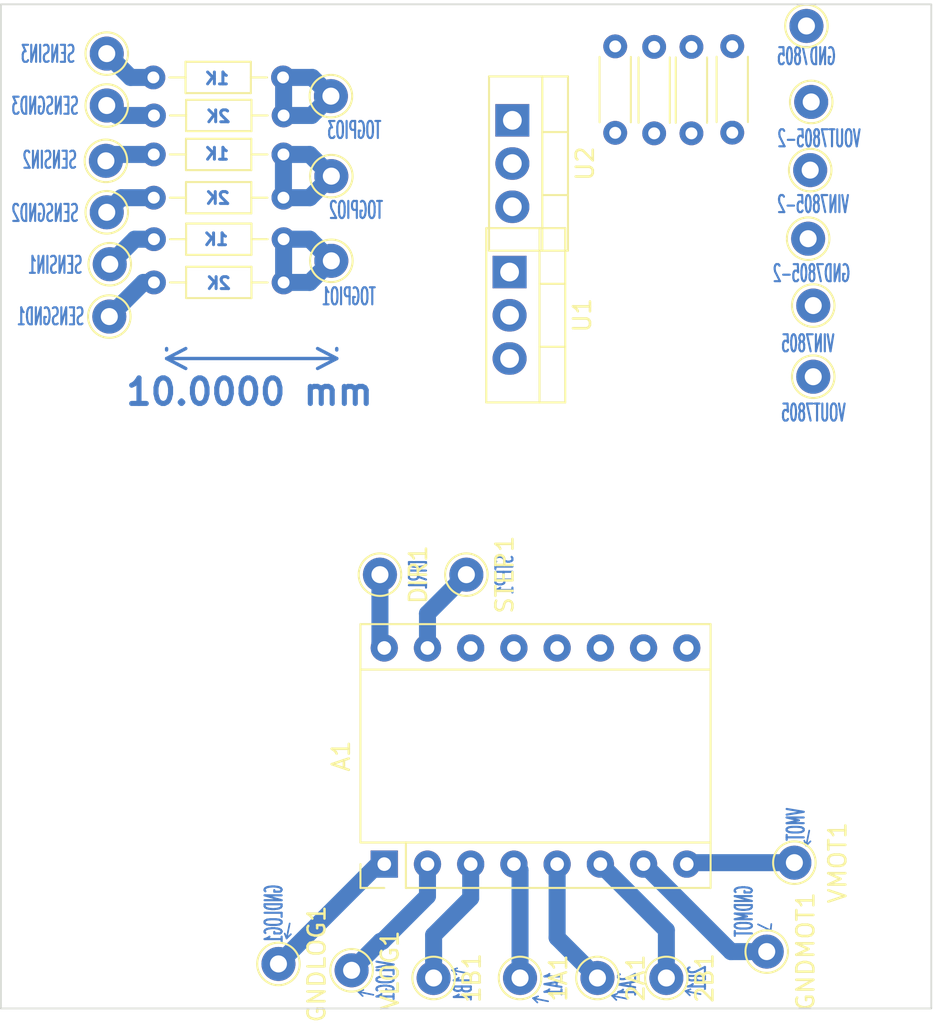
<source format=kicad_pcb>
(kicad_pcb (version 20221018) (generator pcbnew)
  (layers (0 "F.Cu" signal) (31 "B.Cu" signal) (34 "B.Paste" user) (35 "F.Paste" user) (36 "B.SilkS" user "B.Silkscreen") (37 "F.SilkS" user "F.Silkscreen") (38 "B.Mask" user) (39 "F.Mask" user) (44 "Edge.Cuts" user))
  (net 0 "")
  (net 1 "Net-(1A1-Pin_1)")
  (net 2 "Net-(1B1-Pin_1)")
  (net 3 "Net-(2A1-Pin_1)")
  (net 4 "Net-(2B1-Pin_1)")
  (net 5 "GNDLOG")
  (net 6 "VLOG")
  (net 7 "GNDMOT")
  (net 8 "VMOT")
  (net 13 "Net-(A1-~{RESET})")
  (net 14 "STEP")
  (net 15 "DIR")
  (net 16 "Net-(TOGPIO3-Pin_1)")
  (net 17 "Net-(SENSIN3-Pin_1)")
  (net 18 "Net-(SENSGND3-Pin_1)")
  (net 19 "Net-(TOGPIO1-Pin_1)")
  (net 20 "Net-(SENSIN1-Pin_1)")
  (net 21 "Net-(SENSGND1-Pin_1)")
  (net 22 "Net-(TOGPIO2-Pin_1)")
  (net 23 "Net-(SENSIN2-Pin_1)")
  (net 24 "Net-(SENSGND2-Pin_1)")
  (net 25 "Net-(U1-VI)")
  (net 26 "Net-(GND7805-Pin_1)")
  (net 27 "Net-(U1-VO)")
  (net 28 "Net-(U2-VI)")
  (net 29 "Net-(U2-VO)")
  (net 30 "Net-(GND7805-2-Pin_1)")
  (footprint "Resistor_THT:R_Axial_DIN0204_L3.6mm_D1.6mm_P7.62mm_Horizontal" (layer "F.Cu") (at 161.46 41.35 180)
    (fp_text reference "R5" hide)
    (fp_text value "R" hide)
    (fp_line (start 0.94 0) (end 1.89 0) (stroke (width 0.12)) (layer "F.SilkS"))
    (fp_line (start 1.89 -0.92) (end 1.89 0.92) (stroke (width 0.12)) (layer "F.SilkS"))
    (fp_line (start 1.89 0.92) (end 5.73 0.92) (stroke (width 0.12)) (layer "F.SilkS"))
    (fp_line (start 5.73 -0.92) (end 1.89 -0.92) (stroke (width 0.12)) (layer "F.SilkS"))
    (fp_line (start 5.73 0.92) (end 5.73 -0.92) (stroke (width 0.12)) (layer "F.SilkS"))
    (fp_line (start 6.68 0) (end 5.73 0) (stroke (width 0.12)) (layer "F.SilkS"))
    (pad "1" thru_hole circle (at 0 0 180) (size 1.4 1.4) (drill 0.7) (layers "*.Cu" "*.Mask") (net 22 "Net-(TOGPIO2-Pin_1)"))
    (pad "2" thru_hole oval (at 7.62 0 180) (size 1.4 1.4) (drill 0.7) (layers "*.Cu" "*.Mask") (net 23 "Net-(SENSIN2-Pin_1)"))
  )
  (footprint "Connector_Pin:Pin_D1.0mm_L10.0mm" (layer "F.Cu") (at 192.3 46.3 90)
    (fp_text reference "GND7805-2" (at -2.04 0.2) (layer "B.Cu") (effects (font (size 1 0.5) (thickness 0.125)) (justify mirror)))
    (fp_text value "Screw_Terminal_01x01" hide)
    (fp_circle (center 0 0) (end 1.25 0.05) (stroke (width 0.12)) (fill none) (layer "F.SilkS"))
    (pad "1" thru_hole circle (at 0 0 90) (size 2 2) (drill 1) (layers "*.Cu" "*.Mask") (net 30 "Net-(GND7805-2-Pin_1)"))
  )
  (footprint "Connector_Pin:Pin_D1.0mm_L10.0mm" (layer "F.Cu") (at 164.275 47.6)
    (fp_text reference "TOGPIO1" (at 1.025 2.1) (layer "B.Cu") (effects (font (size 1 0.5) (thickness 0.125)) (justify mirror)))
    (fp_text value "Screw_Terminal_01x01" hide)
    (fp_circle (center 0 0) (end 1.25 0.05) (stroke (width 0.12)) (fill none) (layer "F.SilkS"))
    (pad "1" thru_hole circle (at 0 0) (size 2 2) (drill 1) (layers "*.Cu" "*.Mask") (net 19 "Net-(TOGPIO1-Pin_1)"))
  )
  (footprint "Connector_Pin:Pin_D1.0mm_L10.0mm" (layer "F.Cu") (at 192.6 50.23 90)
    (fp_text reference "VIN7805" (at -2.23 -0.32) (layer "B.Cu") (effects (font (size 1 0.5) (thickness 0.125)) (justify mirror)))
    (fp_text value "Screw_Terminal_01x01" hide)
    (fp_circle (center 0 0) (end 1.25 0.05) (stroke (width 0.12)) (fill none) (layer "F.SilkS"))
    (pad "1" thru_hole circle (at 0 0 90) (size 2 2) (drill 1) (layers "*.Cu" "*.Mask") (net 25 "Net-(U1-VI)"))
  )
  (footprint "Connector_Pin:Pin_D1.0mm_L10.0mm" (layer "F.Cu") (at 192.2 33.8 90)
    (fp_text reference "GND7805" (at -1.79 0) (layer "B.Cu") (effects (font (size 1 0.5) (thickness 0.125)) (justify mirror)))
    (fp_text value "Screw_Terminal_01x01" hide)
    (fp_circle (center 0 0) (end 1.25 0.05) (stroke (width 0.12)) (fill none) (layer "F.SilkS"))
    (pad "1" thru_hole circle (at 0 0 90) (size 2 2) (drill 1) (layers "*.Cu" "*.Mask") (net 26 "Net-(GND7805-Pin_1)"))
  )
  (footprint "Connector_Pin:Pin_D1.0mm_L10.0mm" (layer "F.Cu") (at 164.25 37.925)
    (fp_text reference "TOGPIO3" (at 1.375 2) (layer "B.Cu") (effects (font (size 1 0.5) (thickness 0.125)) (justify mirror)))
    (fp_text value "Screw_Terminal_01x01" hide)
    (fp_circle (center 0 0) (end 1.25 0.05) (stroke (width 0.12)) (fill none) (layer "F.SilkS"))
    (pad "1" thru_hole circle (at 0 0) (size 2 2) (drill 1) (layers "*.Cu" "*.Mask") (net 16 "Net-(TOGPIO3-Pin_1)"))
  )
  (footprint "Connector_Pin:Pin_D1.0mm_L10.0mm" (layer "F.Cu") (at 192.48 38.265 90)
    (fp_text reference "VOUT7805-2" (at -2.15 0.46) (layer "B.Cu") (effects (font (size 1 0.5) (thickness 0.125)) (justify mirror)))
    (fp_text value "Screw_Terminal_01x01" hide)
    (fp_circle (center 0 0) (end 1.25 0.05) (stroke (width 0.12)) (fill none) (layer "F.SilkS"))
    (pad "1" thru_hole circle (at 0 0 90) (size 2 2) (drill 1) (layers "*.Cu" "*.Mask") (net 29 "Net-(U2-VO)"))
  )
  (footprint "Connector_Pin:Pin_D1.0mm_L10.0mm" (layer "F.Cu") (at 179.916 89.738 90)
    (fp_text reference "2A1" (at 0 2.25 90) (layer "F.SilkS"))
    (fp_text value "Screw_Terminal_01x01" hide)
    (fp_text user "${REFERENCE}" (at -0.38 1.76 90) (layer "B.Cu") (effects (font (size 1 0.5) (thickness 0.125)) (justify mirror)))
    (fp_circle (center 0 0) (end 1.25 0.05) (stroke (width 0.12)) (fill none) (layer "F.SilkS"))
    (pad "1" thru_hole circle (at 0 0 90) (size 2 2) (drill 1) (layers "*.Cu" "*.Mask") (net 3 "Net-(2A1-Pin_1)"))
  )
  (footprint "Resistor_THT:R_Axial_DIN0204_L3.6mm_D1.6mm_P7.62mm_Horizontal" (layer "F.Cu") (at 153.84 43.89)
    (fp_text reference "R6" hide)
    (fp_text value "R" hide)
    (fp_line (start 0.94 0) (end 1.89 0) (stroke (width 0.12)) (layer "F.SilkS"))
    (fp_line (start 1.89 -0.92) (end 1.89 0.92) (stroke (width 0.12)) (layer "F.SilkS"))
    (fp_line (start 1.89 0.92) (end 5.73 0.92) (stroke (width 0.12)) (layer "F.SilkS"))
    (fp_line (start 5.73 -0.92) (end 1.89 -0.92) (stroke (width 0.12)) (layer "F.SilkS"))
    (fp_line (start 5.73 0.92) (end 5.73 -0.92) (stroke (width 0.12)) (layer "F.SilkS"))
    (fp_line (start 6.68 0) (end 5.73 0) (stroke (width 0.12)) (layer "F.SilkS"))
    (pad "1" thru_hole circle (at 0 0) (size 1.4 1.4) (drill 0.7) (layers "*.Cu" "*.Mask") (net 24 "Net-(SENSGND2-Pin_1)"))
    (pad "2" thru_hole oval (at 7.62 0) (size 1.4 1.4) (drill 0.7) (layers "*.Cu" "*.Mask") (net 22 "Net-(TOGPIO2-Pin_1)"))
  )
  (footprint "Module:Pololu_Breakout-16_15.2x20.3mm" (layer "F.Cu") (at 167.386 83.048 90)
    (fp_text reference "A1" (at 6.35 -2.54 90) (layer "F.SilkS"))
    (fp_text value "Pololu_Breakout_A4988")
    (fp_line (start -1.4 -1.4) (end -1.4 0) (stroke (width 0.12)) (layer "F.SilkS"))
    (fp_line (start -1.4 1.27) (end -1.4 19.18) (stroke (width 0.12)) (layer "F.SilkS"))
    (fp_line (start -1.4 19.18) (end 14.1 19.18) (stroke (width 0.12)) (layer "F.SilkS"))
    (fp_line (start 0 -1.4) (end -1.4 -1.4) (stroke (width 0.12)) (layer "F.SilkS"))
    (fp_line (start 1.27 -1.4) (end 1.27 1.27) (stroke (width 0.12)) (layer "F.SilkS"))
    (fp_line (start 1.27 1.27) (end -1.4 1.27) (stroke (width 0.12)) (layer "F.SilkS"))
    (fp_line (start 1.27 1.27) (end 1.27 19.18) (stroke (width 0.12)) (layer "F.SilkS"))
    (fp_line (start 11.43 -1.4) (end 11.43 19.18) (stroke (width 0.12)) (layer "F.SilkS"))
    (fp_line (start 14.1 -1.4) (end 1.27 -1.4) (stroke (width 0.12)) (layer "F.SilkS"))
    (fp_line (start 14.1 19.18) (end 14.1 -1.4) (stroke (width 0.12)) (layer "F.SilkS"))
    (pad "1" thru_hole rect (at 0 0 90) (size 1.6 1.6) (drill 0.8) (layers "*.Cu" "*.Mask") (net 5 "GNDLOG"))
    (pad "2" thru_hole oval (at 0 2.54 90) (size 1.6 1.6) (drill 0.8) (layers "*.Cu" "*.Mask") (net 6 "VLOG"))
    (pad "3" thru_hole oval (at 0 5.08 90) (size 1.6 1.6) (drill 0.8) (layers "*.Cu" "*.Mask") (net 2 "Net-(1B1-Pin_1)"))
    (pad "4" thru_hole oval (at 0 7.62 90) (size 1.6 1.6) (drill 0.8) (layers "*.Cu" "*.Mask") (net 1 "Net-(1A1-Pin_1)"))
    (pad "5" thru_hole oval (at 0 10.16 90) (size 1.6 1.6) (drill 0.8) (layers "*.Cu" "*.Mask") (net 3 "Net-(2A1-Pin_1)"))
    (pad "6" thru_hole oval (at 0 12.7 90) (size 1.6 1.6) (drill 0.8) (layers "*.Cu" "*.Mask") (net 4 "Net-(2B1-Pin_1)"))
    (pad "7" thru_hole oval (at 0 15.24 90) (size 1.6 1.6) (drill 0.8) (layers "*.Cu" "*.Mask") (net 7 "GNDMOT"))
    (pad "8" thru_hole oval (at 0 17.78 90) (size 1.6 1.6) (drill 0.8) (layers "*.Cu" "*.Mask") (net 8 "VMOT"))
    (pad "9" thru_hole oval (at 12.7 17.78 90) (size 1.6 1.6) (drill 0.8) (layers "*.Cu" "*.Mask"))
    (pad "10" thru_hole oval (at 12.7 15.24 90) (size 1.6 1.6) (drill 0.8) (layers "*.Cu" "*.Mask"))
    (pad "11" thru_hole oval (at 12.7 12.7 90) (size 1.6 1.6) (drill 0.8) (layers "*.Cu" "*.Mask"))
    (pad "12" thru_hole oval (at 12.7 10.16 90) (size 1.6 1.6) (drill 0.8) (layers "*.Cu" "*.Mask"))
    (pad "13" thru_hole oval (at 12.7 7.62 90) (size 1.6 1.6) (drill 0.8) (layers "*.Cu" "*.Mask") (net 13 "Net-(A1-~{RESET})"))
    (pad "14" thru_hole oval (at 12.7 5.08 90) (size 1.6 1.6) (drill 0.8) (layers "*.Cu" "*.Mask") (net 13 "Net-(A1-~{RESET})"))
    (pad "15" thru_hole oval (at 12.7 2.54 90) (size 1.6 1.6) (drill 0.8) (layers "*.Cu" "*.Mask") (net 14 "STEP"))
    (pad "16" thru_hole oval (at 12.7 0 90) (size 1.6 1.6) (drill 0.8) (layers "*.Cu" "*.Mask") (net 15 "DIR"))
  )
  (footprint "Resistor_THT:R_Axial_DIN0204_L3.6mm_D1.6mm_P5.08mm_Horizontal" (layer "F.Cu") (at 185.44 40.11 90)
    (fp_text reference "C3" hide)
    (fp_text value "C" hide)
    (fp_line (start 0.62 -0.92) (end 4.46 -0.92) (stroke (width 0.12)) (layer "F.SilkS"))
    (fp_line (start 0.62 0.92) (end 4.46 0.92) (stroke (width 0.12)) (layer "F.SilkS"))
    (pad "1" thru_hole circle (at 0 0 90) (size 1.4 1.4) (drill 0.7) (layers "*.Cu" "*.Mask") (net 28 "Net-(U2-VI)"))
    (pad "2" thru_hole oval (at 5.08 0 90) (size 1.4 1.4) (drill 0.7) (layers "*.Cu" "*.Mask") (net 30 "Net-(GND7805-2-Pin_1)"))
  )
  (footprint "Connector_Pin:Pin_D1.0mm_L10.0mm" (layer "F.Cu") (at 151.25 47.8)
    (fp_text reference "SENSIN1" (at -3.2 0.05) (layer "B.Cu") (effects (font (size 1 0.5) (thickness 0.125)) (justify mirror)))
    (fp_text value "Screw_Terminal_01x01" hide)
    (fp_circle (center 0 0) (end 1.25 0.05) (stroke (width 0.12)) (fill none) (layer "F.SilkS"))
    (pad "1" thru_hole circle (at 0 0) (size 2 2) (drill 1) (layers "*.Cu" "*.Mask") (net 20 "Net-(SENSIN1-Pin_1)"))
  )
  (footprint "Resistor_THT:R_Axial_DIN0204_L3.6mm_D1.6mm_P7.62mm_Horizontal" (layer "F.Cu") (at 153.85 48.87)
    (fp_text reference "R4" hide)
    (fp_text value "R" hide)
    (fp_line (start 0.94 0) (end 1.89 0) (stroke (width 0.12)) (layer "F.SilkS"))
    (fp_line (start 1.89 -0.92) (end 1.89 0.92) (stroke (width 0.12)) (layer "F.SilkS"))
    (fp_line (start 1.89 0.92) (end 5.73 0.92) (stroke (width 0.12)) (layer "F.SilkS"))
    (fp_line (start 5.73 -0.92) (end 1.89 -0.92) (stroke (width 0.12)) (layer "F.SilkS"))
    (fp_line (start 5.73 0.92) (end 5.73 -0.92) (stroke (width 0.12)) (layer "F.SilkS"))
    (fp_line (start 6.68 0) (end 5.73 0) (stroke (width 0.12)) (layer "F.SilkS"))
    (pad "1" thru_hole circle (at 0 0) (size 1.4 1.4) (drill 0.7) (layers "*.Cu" "*.Mask") (net 21 "Net-(SENSGND1-Pin_1)"))
    (pad "2" thru_hole oval (at 7.62 0) (size 1.4 1.4) (drill 0.7) (layers "*.Cu" "*.Mask") (net 19 "Net-(TOGPIO1-Pin_1)"))
  )
  (footprint "Resistor_THT:R_Axial_DIN0204_L3.6mm_D1.6mm_P5.08mm_Horizontal" (layer "F.Cu") (at 183.25 40.11 90)
    (fp_text reference "C2" hide)
    (fp_text value "C" hide)
    (fp_line (start 0.62 -0.92) (end 4.46 -0.92) (stroke (width 0.12)) (layer "F.SilkS"))
    (fp_line (start 0.62 0.92) (end 4.46 0.92) (stroke (width 0.12)) (layer "F.SilkS"))
    (pad "1" thru_hole circle (at 0 0 90) (size 1.4 1.4) (drill 0.7) (layers "*.Cu" "*.Mask") (net 27 "Net-(U1-VO)"))
    (pad "2" thru_hole oval (at 5.08 0 90) (size 1.4 1.4) (drill 0.7) (layers "*.Cu" "*.Mask") (net 26 "Net-(GND7805-Pin_1)"))
  )
  (footprint "Connector_Pin:Pin_D1.0mm_L10.0mm" (layer "F.Cu") (at 183.966 89.738 90)
    (fp_text reference "2B1" (at 0 2.25 90) (layer "F.SilkS"))
    (fp_text value "Screw_Terminal_01x01" hide)
    (fp_text user "${REFERENCE}" (at -0.01 1.81 90) (layer "B.Cu") (effects (font (size 1 0.5) (thickness 0.125)) (justify mirror)))
    (fp_circle (center 0 0) (end 1.25 0.05) (stroke (width 0.12)) (fill none) (layer "F.SilkS"))
    (pad "1" thru_hole circle (at 0 0 90) (size 2 2) (drill 1) (layers "*.Cu" "*.Mask") (net 4 "Net-(2B1-Pin_1)"))
  )
  (footprint "Connector_Pin:Pin_D1.0mm_L10.0mm" (layer "F.Cu") (at 151.075 44.75)
    (fp_text reference "SENSGND2" (at -3.625 0.05) (layer "B.Cu") (effects (font (size 1 0.5) (thickness 0.125)) (justify mirror)))
    (fp_text value "Screw_Terminal_01x01" hide)
    (fp_circle (center 0 0) (end 1.25 0.05) (stroke (width 0.12)) (fill none) (layer "F.SilkS"))
    (pad "1" thru_hole circle (at 0 0) (size 2 2) (drill 1) (layers "*.Cu" "*.Mask") (net 24 "Net-(SENSGND2-Pin_1)"))
  )
  (footprint "Connector_Pin:Pin_D1.0mm_L10.0mm" (layer "F.Cu") (at 151.025 41.725)
    (fp_text reference "SENSIN2" (at -3.3 -0.05) (layer "B.Cu") (effects (font (size 1 0.5) (thickness 0.125)) (justify mirror)))
    (fp_text value "Screw_Terminal_01x01" hide)
    (fp_circle (center 0 0) (end 1.25 0.05) (stroke (width 0.12)) (fill none) (layer "F.SilkS"))
    (pad "1" thru_hole circle (at 0 0) (size 2 2) (drill 1) (layers "*.Cu" "*.Mask") (net 23 "Net-(SENSIN2-Pin_1)"))
  )
  (footprint "Connector_Pin:Pin_D1.0mm_L10.0mm" (layer "F.Cu") (at 165.466 89.288 90)
    (fp_text reference "VLOG1" (at 0 2.25 90) (layer "F.SilkS"))
    (fp_text value "Screw_Terminal_01x01" hide)
    (fp_text user "${REFERENCE}" (at -0.61 2.01 90) (layer "B.Cu") (effects (font (size 1 0.5) (thickness 0.125)) (justify mirror)))
    (fp_circle (center 0 0) (end 1.25 0.05) (stroke (width 0.12)) (fill none) (layer "F.SilkS"))
    (pad "1" thru_hole circle (at 0 0 90) (size 2 2) (drill 1) (layers "*.Cu" "*.Mask") (net 6 "VLOG"))
  )
  (footprint "Resistor_THT:R_Axial_DIN0204_L3.6mm_D1.6mm_P7.62mm_Horizontal" (layer "F.Cu") (at 153.85 39.06)
    (fp_text reference "R2" hide)
    (fp_text value "R" hide)
    (fp_line (start 0.94 0) (end 1.89 0) (stroke (width 0.12)) (layer "F.SilkS"))
    (fp_line (start 1.89 -0.92) (end 1.89 0.92) (stroke (width 0.12)) (layer "F.SilkS"))
    (fp_line (start 1.89 0.92) (end 5.73 0.92) (stroke (width 0.12)) (layer "F.SilkS"))
    (fp_line (start 5.73 -0.92) (end 1.89 -0.92) (stroke (width 0.12)) (layer "F.SilkS"))
    (fp_line (start 5.73 0.92) (end 5.73 -0.92) (stroke (width 0.12)) (layer "F.SilkS"))
    (fp_line (start 6.68 0) (end 5.73 0) (stroke (width 0.12)) (layer "F.SilkS"))
    (pad "1" thru_hole circle (at 0 0) (size 1.4 1.4) (drill 0.7) (layers "*.Cu" "*.Mask") (net 18 "Net-(SENSGND3-Pin_1)"))
    (pad "2" thru_hole oval (at 7.62 0) (size 1.4 1.4) (drill 0.7) (layers "*.Cu" "*.Mask") (net 16 "Net-(TOGPIO3-Pin_1)"))
  )
  (footprint "Connector_Pin:Pin_D1.0mm_L10.0mm" (layer "F.Cu") (at 192.42 42.27 90)
    (fp_text reference "VIN7805-2" (at -2.01 0.17) (layer "B.Cu") (effects (font (size 1 0.5) (thickness 0.125)) (justify mirror)))
    (fp_text value "Screw_Terminal_01x01" hide)
    (fp_circle (center 0 0) (end 1.25 0.05) (stroke (width 0.12)) (fill none) (layer "F.SilkS"))
    (pad "1" thru_hole circle (at 0 0 90) (size 2 2) (drill 1) (layers "*.Cu" "*.Mask") (net 28 "Net-(U2-VI)"))
  )
  (footprint "Connector_Pin:Pin_D1.0mm_L10.0mm" (layer "F.Cu") (at 191.491 82.963 180)
    (fp_text reference "VMOT1" (at -2.54 0 90) (layer "F.SilkS"))
    (fp_text value "Screw_Terminal_01x01" hide)
    (fp_circle (center 0 0) (end 1.25 0.05) (stroke (width 0.12)) (fill none) (layer "F.SilkS"))
    (pad "1" thru_hole circle (at 0 0 180) (size 2 2) (drill 1) (layers "*.Cu" "*.Mask") (net 8 "VMOT"))
  )
  (footprint "Connector_Pin:Pin_D1.0mm_L10.0mm" (layer "F.Cu") (at 192.6 54.41 90)
    (fp_text reference "VOUT7805" (at -2.12 0.01) (layer "B.Cu") (effects (font (size 1 0.5) (thickness 0.125)) (justify mirror)))
    (fp_text value "Screw_Terminal_01x01" hide)
    (fp_circle (center 0 0) (end 1.25 0.05) (stroke (width 0.12)) (fill none) (layer "F.SilkS"))
    (pad "1" thru_hole circle (at 0 0 90) (size 2 2) (drill 1) (layers "*.Cu" "*.Mask") (net 27 "Net-(U1-VO)"))
  )
  (footprint "Resistor_THT:R_Axial_DIN0204_L3.6mm_D1.6mm_P7.62mm_Horizontal" (layer "F.Cu") (at 161.47 46.33 180)
    (fp_text reference "R3" hide)
    (fp_text value "R" hide)
    (fp_line (start 0.94 0) (end 1.89 0) (stroke (width 0.12)) (layer "F.SilkS"))
    (fp_line (start 1.89 -0.92) (end 1.89 0.92) (stroke (width 0.12)) (layer "F.SilkS"))
    (fp_line (start 1.89 0.92) (end 5.73 0.92) (stroke (width 0.12)) (layer "F.SilkS"))
    (fp_line (start 5.73 -0.92) (end 1.89 -0.92) (stroke (width 0.12)) (layer "F.SilkS"))
    (fp_line (start 5.73 0.92) (end 5.73 -0.92) (stroke (width 0.12)) (layer "F.SilkS"))
    (fp_line (start 6.68 0) (end 5.73 0) (stroke (width 0.12)) (layer "F.SilkS"))
    (pad "1" thru_hole circle (at 0 0 180) (size 1.4 1.4) (drill 0.7) (layers "*.Cu" "*.Mask") (net 19 "Net-(TOGPIO1-Pin_1)"))
    (pad "2" thru_hole oval (at 7.62 0 180) (size 1.4 1.4) (drill 0.7) (layers "*.Cu" "*.Mask") (net 20 "Net-(SENSIN1-Pin_1)"))
  )
  (footprint "Connector_Pin:Pin_D1.0mm_L10.0mm" (layer "F.Cu") (at 151.225 50.875)
    (fp_text reference "SENSGND1" (at -3.45 0) (layer "B.Cu") (effects (font (size 1 0.5) (thickness 0.125)) (justify mirror)))
    (fp_text value "Screw_Terminal_01x01" hide)
    (fp_circle (center 0 0) (end 1.25 0.05) (stroke (width 0.12)) (fill none) (layer "F.SilkS"))
    (pad "1" thru_hole circle (at 0 0) (size 2 2) (drill 1) (layers "*.Cu" "*.Mask") (net 21 "Net-(SENSGND1-Pin_1)"))
  )
  (footprint "Connector_Pin:Pin_D1.0mm_L10.0mm" (layer "F.Cu") (at 167.132 66.04 90)
    (fp_text reference "DIR1" (at 0 2.25 90) (layer "F.SilkS"))
    (fp_text value "Screw_Terminal_01x01" hide)
    (fp_text user "${REFERENCE}" (at 0 2.25 90) (layer "B.Cu") (effects (font (size 1 0.5) (thickness 0.125)) (justify mirror)))
    (fp_circle (center 0 0) (end 1.25 0.05) (stroke (width 0.12)) (fill none) (layer "F.SilkS"))
    (pad "1" thru_hole circle (at 0 0 90) (size 2 2) (drill 1) (layers "*.Cu" "*.Mask") (net 15 "DIR"))
  )
  (footprint "Connector_Pin:Pin_D1.0mm_L10.0mm" (layer "F.Cu") (at 172.212 66.04 90)
    (fp_text reference "STEP1" (at 0 2.25 90) (layer "F.SilkS"))
    (fp_text value "Screw_Terminal_01x01" hide)
    (fp_text user "${REFERENCE}" (at 0 2.25 90) (layer "B.Cu") (effects (font (size 1 0.5) (thickness 0.125)) (justify mirror)))
    (fp_circle (center 0 0) (end 1.25 0.05) (stroke (width 0.12)) (fill none) (layer "F.SilkS"))
    (pad "1" thru_hole circle (at 0 0 90) (size 2 2) (drill 1) (layers "*.Cu" "*.Mask") (net 14 "STEP"))
  )
  (footprint "Connector_Pin:Pin_D1.0mm_L10.0mm" (layer "F.Cu") (at 189.866 88.188 180)
    (fp_text reference "GNDMOT1" (at -2.285 0.01 90) (layer "F.SilkS"))
    (fp_text value "Screw_Terminal_01x01" hide)
    (fp_circle (center 0 0) (end 1.25 0.05) (stroke (width 0.12)) (fill none) (layer "F.SilkS"))
    (pad "1" thru_hole circle (at 0 0 180) (size 2 2) (drill 1) (layers "*.Cu" "*.Mask") (net 7 "GNDMOT"))
  )
  (footprint "Connector_Pin:Pin_D1.0mm_L10.0mm" (layer "F.Cu") (at 151.075 35.425)
    (fp_text reference "SENSIN3" (at -3.45 0.025) (layer "B.Cu") (effects (font (size 1 0.5) (thickness 0.125)) (justify mirror)))
    (fp_text value "Screw_Terminal_01x01" hide)
    (fp_circle (center 0 0) (end 1.25 0.05) (stroke (width 0.12)) (fill none) (layer "F.SilkS"))
    (pad "1" thru_hole circle (at 0 0) (size 2 2) (drill 1) (layers "*.Cu" "*.Mask") (net 17 "Net-(SENSIN3-Pin_1)"))
  )
  (footprint "Connector_Pin:Pin_D1.0mm_L10.0mm" (layer "F.Cu") (at 151.075 38.475)
    (fp_text reference "SENSGND3" (at -3.625 0.025) (layer "B.Cu") (effects (font (size 1 0.5) (thickness 0.125)) (justify mirror)))
    (fp_text value "Screw_Terminal_01x01" hide)
    (fp_circle (center 0 0) (end 1.25 0.05) (stroke (width 0.12)) (fill none) (layer "F.SilkS"))
    (pad "1" thru_hole circle (at 0 0) (size 2 2) (drill 1) (layers "*.Cu" "*.Mask") (net 18 "Net-(SENSGND3-Pin_1)"))
  )
  (footprint "Resistor_THT:R_Axial_DIN0204_L3.6mm_D1.6mm_P5.08mm_Horizontal" (layer "F.Cu") (at 180.96 40.08 90)
    (fp_text reference "C1" hide)
    (fp_text value "C" hide)
    (fp_line (start 0.62 -0.92) (end 4.46 -0.92) (stroke (width 0.12)) (layer "F.SilkS"))
    (fp_line (start 0.62 0.92) (end 4.46 0.92) (stroke (width 0.12)) (layer "F.SilkS"))
    (pad "1" thru_hole circle (at 0 0 90) (size 1.4 1.4) (drill 0.7) (layers "*.Cu" "*.Mask") (net 25 "Net-(U1-VI)"))
    (pad "2" thru_hole oval (at 5.08 0 90) (size 1.4 1.4) (drill 0.7) (layers "*.Cu" "*.Mask") (net 26 "Net-(GND7805-Pin_1)"))
  )
  (footprint "Package_TO_SOT_THT:TO-220-3_Vertical" (layer "F.Cu") (at 174.752 48.26 -90)
    (fp_text reference "U1" (at 2.54 -4.27 90) (layer "F.SilkS"))
    (fp_text value "LM7805_TO220")
    (fp_line (start -2.58 -3.27) (end -2.58 1.371) (stroke (width 0.12)) (layer "F.SilkS"))
    (fp_line (start -2.58 -3.27) (end 7.66 -3.27) (stroke (width 0.12)) (layer "F.SilkS"))
    (fp_line (start -2.58 -1.76) (end 7.66 -1.76) (stroke (width 0.12)) (layer "F.SilkS"))
    (fp_line (start -2.58 1.371) (end 7.66 1.371) (stroke (width 0.12)) (layer "F.SilkS"))
    (fp_line (start 0.69 -3.27) (end 0.69 -1.76) (stroke (width 0.12)) (layer "F.SilkS"))
    (fp_line (start 4.391 -3.27) (end 4.391 -1.76) (stroke (width 0.12)) (layer "F.SilkS"))
    (fp_line (start 7.66 -3.27) (end 7.66 1.371) (stroke (width 0.12)) (layer "F.SilkS"))
    (pad "1" thru_hole rect (at 0 0 270) (size 1.905 2) (drill 1.1) (layers "*.Cu" "*.Mask") (net 25 "Net-(U1-VI)"))
    (pad "2" thru_hole oval (at 2.54 0 270) (size 1.905 2) (drill 1.1) (layers "*.Cu" "*.Mask") (net 26 "Net-(GND7805-Pin_1)"))
    (pad "3" thru_hole oval (at 5.08 0 270) (size 1.905 2) (drill 1.1) (layers "*.Cu" "*.Mask") (net 27 "Net-(U1-VO)"))
  )
  (footprint "Connector_Pin:Pin_D1.0mm_L10.0mm" (layer "F.Cu") (at 175.366 89.738 90)
    (fp_text reference "1A1" (at 0 2.25 90) (layer "F.SilkS"))
    (fp_text value "Screw_Terminal_01x01" hide)
    (fp_text user "${REFERENCE}" (at -0.36 1.98 90) (layer "B.Cu") (effects (font (size 1 0.5) (thickness 0.125)) (justify mirror)))
    (fp_circle (center 0 0) (end 1.25 0.05) (stroke (width 0.12)) (fill none) (layer "F.SilkS"))
    (pad "1" thru_hole circle (at 0 0 90) (size 2 2) (drill 1) (layers "*.Cu" "*.Mask") (net 1 "Net-(1A1-Pin_1)"))
  )
  (footprint "Resistor_THT:R_Axial_DIN0204_L3.6mm_D1.6mm_P7.62mm_Horizontal" (layer "F.Cu") (at 161.435 36.825 180)
    (fp_text reference "R1" hide)
    (fp_text value "R" hide)
    (fp_line (start 0.94 0) (end 1.89 0) (stroke (width 0.12)) (layer "F.SilkS"))
    (fp_line (start 1.89 -0.92) (end 1.89 0.92) (stroke (width 0.12)) (layer "F.SilkS"))
    (fp_line (start 1.89 0.92) (end 5.73 0.92) (stroke (width 0.12)) (layer "F.SilkS"))
    (fp_line (start 5.73 -0.92) (end 1.89 -0.92) (stroke (width 0.12)) (layer "F.SilkS"))
    (fp_line (start 5.73 0.92) (end 5.73 -0.92) (stroke (width 0.12)) (layer "F.SilkS"))
    (fp_line (start 6.68 0) (end 5.73 0) (stroke (width 0.12)) (layer "F.SilkS"))
    (pad "1" thru_hole circle (at 0 0 180) (size 1.4 1.4) (drill 0.7) (layers "*.Cu" "*.Mask") (net 16 "Net-(TOGPIO3-Pin_1)"))
    (pad "2" thru_hole oval (at 7.62 0 180) (size 1.4 1.4) (drill 0.7) (layers "*.Cu" "*.Mask") (net 17 "Net-(SENSIN3-Pin_1)"))
  )
  (footprint "Connector_Pin:Pin_D1.0mm_L10.0mm" (layer "F.Cu") (at 170.286 89.738 90)
    (fp_text reference "1B1" (at 0 2.25 90) (layer "F.SilkS"))
    (fp_text value "Screw_Terminal_01x01" hide)
    (fp_text user "${REFERENCE}" (at -0.63 1.73 90) (layer "B.Cu") (effects (font (size 1 0.5) (thickness 0.125)) (justify mirror)))
    (fp_circle (center 0 0) (end 1.25 0.05) (stroke (width 0.12)) (fill none) (layer "F.SilkS"))
    (pad "1" thru_hole circle (at 0 0 90) (size 2 2) (drill 1) (layers "*.Cu" "*.Mask") (net 2 "Net-(1B1-Pin_1)"))
  )
  (footprint "Package_TO_SOT_THT:TO-220-3_Vertical" (layer "F.Cu") (at 174.915 39.345 -90)
    (fp_text reference "U2" (at 2.54 -4.27 90) (layer "F.SilkS"))
    (fp_text value "LM7805_TO220")
    (fp_line (start -2.58 -3.27) (end -2.58 1.371) (stroke (width 0.12)) (layer "F.SilkS"))
    (fp_line (start -2.58 -3.27) (end 7.66 -3.27) (stroke (width 0.12)) (layer "F.SilkS"))
    (fp_line (start -2.58 -1.76) (end 7.66 -1.76) (stroke (width 0.12)) (layer "F.SilkS"))
    (fp_line (start -2.58 1.371) (end 7.66 1.371) (stroke (width 0.12)) (layer "F.SilkS"))
    (fp_line (start 0.69 -3.27) (end 0.69 -1.76) (stroke (width 0.12)) (layer "F.SilkS"))
    (fp_line (start 4.391 -3.27) (end 4.391 -1.76) (stroke (width 0.12)) (layer "F.SilkS"))
    (fp_line (start 7.66 -3.27) (end 7.66 1.371) (stroke (width 0.12)) (layer "F.SilkS"))
    (pad "1" thru_hole rect (at 0 0 270) (size 1.905 2) (drill 1.1) (layers "*.Cu" "*.Mask") (net 28 "Net-(U2-VI)"))
    (pad "2" thru_hole oval (at 2.54 0 270) (size 1.905 2) (drill 1.1) (layers "*.Cu" "*.Mask") (net 30 "Net-(GND7805-2-Pin_1)"))
    (pad "3" thru_hole oval (at 5.08 0 270) (size 1.905 2) (drill 1.1) (layers "*.Cu" "*.Mask") (net 29 "Net-(U2-VO)"))
  )
  (footprint "Connector_Pin:Pin_D1.0mm_L10.0mm" (layer "F.Cu") (at 164.275 42.625)
    (fp_text reference "TOGPIO2" (at 1.45 2) (layer "B.Cu") (effects (font (size 1 0.5) (thickness 0.125)) (justify mirror)))
    (fp_text value "Screw_Terminal_01x01" hide)
    (fp_circle (center 0 0) (end 1.25 0.05) (stroke (width 0.12)) (fill none) (layer "F.SilkS"))
    (pad "1" thru_hole circle (at 0 0) (size 2 2) (drill 1) (layers "*.Cu" "*.Mask") (net 22 "Net-(TOGPIO2-Pin_1)"))
  )
  (footprint "Resistor_THT:R_Axial_DIN0204_L3.6mm_D1.6mm_P5.08mm_Horizontal" (layer "F.Cu") (at 187.84 40.07 90)
    (fp_text reference "C4" hide)
    (fp_text value "C" hide)
    (fp_line (start 0.62 -0.92) (end 4.46 -0.92) (stroke (width 0.12)) (layer "F.SilkS"))
    (fp_line (start 0.62 0.92) (end 4.46 0.92) (stroke (width 0.12)) (layer "F.SilkS"))
    (pad "1" thru_hole circle (at 0 0 90) (size 1.4 1.4) (drill 0.7) (layers "*.Cu" "*.Mask") (net 29 "Net-(U2-VO)"))
    (pad "2" thru_hole oval (at 5.08 0 90) (size 1.4 1.4) (drill 0.7) (layers "*.Cu" "*.Mask") (net 30 "Net-(GND7805-2-Pin_1)"))
  )
  (footprint "Connector_Pin:Pin_D1.0mm_L10.0mm" (layer "F.Cu") (at 161.166 88.913 90)
    (fp_text reference "GNDLOG1" (at 0 2.25 90) (layer "F.SilkS"))
    (fp_text value "Screw_Terminal_01x01" hide)
    (fp_text user "${REFERENCE}" (at 2.935 -0.27 90) (layer "B.Cu") (effects (font (size 1 0.5) (thickness 0.125)) (justify mirror)))
    (fp_circle (center 0 0) (end 1.25 0.05) (stroke (width 0.12)) (fill none) (layer "F.SilkS"))
    (pad "1" thru_hole circle (at 0 0 90) (size 2 2) (drill 1) (layers "*.Cu" "*.Mask") (net 5 "GNDLOG"))
  )
  (gr_line (start 166.746 90.728) (end 165.866 90.548) (stroke (width 0.1)) (layer "B.Cu"))
  (gr_line (start 176.136 90.928) (end 176.426 90.818) (stroke (width 0.1)) (layer "B.Cu"))
  (gr_line (start 180.776 90.778) (end 181.066 90.668) (stroke (width 0.1)) (layer "B.Cu"))
  (gr_line (start 161.646 87.418) (end 161.536 87.128) (stroke (width 0.1)) (layer "B.Cu"))
  (gr_line (start 185.976 90.688) (end 185.096 90.508) (stroke (width 0.1)) (layer "B.Cu"))
  (gr_line (start 181.656 90.958) (end 180.776 90.778) (stroke (width 0.1)) (layer "B.Cu"))
  (gr_line (start 165.866 90.548) (end 166.116 90.798) (stroke (width 0.1)) (layer "B.Cu"))
  (gr_line (start 185.096 90.508) (end 185.346 90.758) (stroke (width 0.1)) (layer "B.Cu"))
  (gr_line (start 192.186 81.958) (end 192.076 81.668) (stroke (width 0.1)) (layer "B.Cu"))
  (gr_line (start 171.376 89.278) (end 171.626 89.528) (stroke (width 0.1)) (layer "B.Cu"))
  (gr_line (start 180.776 90.778) (end 181.026 91.028) (stroke (width 0.1)) (layer "B.Cu"))
  (gr_line (start 161.646 87.418) (end 161.896 87.168) (stroke (width 0.1)) (layer "B.Cu"))
  (gr_line (start 176.136 90.928) (end 176.386 91.178) (stroke (width 0.1)) (layer "B.Cu"))
  (gr_line (start 190.096 86.948) (end 190.136 86.568) (stroke (width 0.1)) (layer "B.Cu"))
  (gr_line (start 172.256 89.458) (end 171.376 89.278) (stroke (width 0.1)) (layer "B.Cu"))
  (gr_line (start 177.016 91.108) (end 176.136 90.928) (stroke (width 0.1)) (layer "B.Cu"))
  (gr_line (start 165.866 90.548) (end 166.156 90.438) (stroke (width 0.1)) (layer "B.Cu"))
  (gr_line (start 192.366 81.078) (end 192.186 81.958) (stroke (width 0.1)) (layer "B.Cu"))
  (gr_line (start 189.356 86.588) (end 190.096 86.948) (stroke (width 0.1)) (layer "B.Cu"))
  (gr_line (start 192.186 81.958) (end 192.436 81.708) (stroke (width 0.1)) (layer "B.Cu"))
  (gr_line (start 161.826 86.538) (end 161.646 87.418) (stroke (width 0.1)) (layer "B.Cu"))
  (gr_line (start 185.096 90.508) (end 185.386 90.398) (stroke (width 0.1)) (layer "B.Cu"))
  (gr_line (start 171.376 89.278) (end 171.666 89.168) (stroke (width 0.1)) (layer "B.Cu"))
  (gr_line (start 190.096 86.948) (end 189.636 86.948) (stroke (width 0.1)) (layer "B.Cu"))
  (gr_rect (start 144.85 32.53) (end 199.54 91.53) (stroke (width 0.1)) (fill none) (layer "Edge.Cuts"))
  (gr_text "1K" (at 158.35 37.3) (layer "B.Cu") (effects (font (size 0.7 0.7) (thickness 0.175) bold) (justify left bottom mirror)))
  (gr_text "2K\n" (at 158.425 39.525) (layer "B.Cu") (effects (font (size 0.7 0.7) (thickness 0.175) bold) (justify left bottom mirror)))
  (gr_text "1K" (at 158.35 41.725) (layer "B.Cu") (effects (font (size 0.7 0.7) (thickness 0.175) bold) (justify left bottom mirror)))
  (gr_text "GNDMOT" (at 189.116 84.228 90) (layer "B.Cu") (effects (font (size 1 0.5) (thickness 0.125)) (justify left bottom mirror)))
  (gr_text "VMOT" (at 192.166 79.678 90) (layer "B.Cu") (effects (font (size 1 0.5) (thickness 0.125)) (justify left bottom mirror)))
  (gr_text "1K" (at 158.3 46.75) (layer "B.Cu") (effects (font (size 0.7 0.7) (thickness 0.175) bold) (justify left bottom mirror)))
  (gr_text "2K\n" (at 158.4 44.325) (layer "B.Cu") (effects (font (size 0.7 0.7) (thickness 0.175) bold) (justify left bottom mirror)))
  (gr_text "2K\n" (at 158.45 49.325) (layer "B.Cu") (effects (font (size 0.7 0.7) (thickness 0.175) bold) (justify left bottom mirror)))
  (dimension (type aligned) (layer "B.Cu") (pts (xy 154.592 53.34) (xy 164.592 53.34)) (height 0) (gr_text "10,0000 mm" (at 159.468 55.302) (layer "B.Cu") (effects (font (size 1.5 1.5) (thickness 0.3)))) (format (prefix "") (suffix "") (units 3) (units_format 1) (precision 4)) (style (thickness 0.2) (arrow_length 1.27) (text_position_mode 2) (extension_height 0.58642) (extension_offset 0.5) keep_text_aligned))
  (segment (start 175.366 83.408) (end 175.006 83.048) (width 1) (layer "B.Cu") (net 1))
  (segment (start 175.366 89.738) (end 175.366 83.408) (width 1) (layer "B.Cu") (net 1))
  (segment (start 170.286 89.738) (end 170.286 87.218) (width 1) (layer "B.Cu") (net 2))
  (segment (start 170.286 87.218) (end 172.466 85.038) (width 1) (layer "B.Cu") (net 2))
  (segment (start 172.466 85.038) (end 172.466 83.048) (width 1) (layer "B.Cu") (net 2))
  (segment (start 179.916 89.738) (end 177.546 87.368) (width 1) (layer "B.Cu") (net 3))
  (segment (start 177.546 87.368) (end 177.546 83.048) (width 1) (layer "B.Cu") (net 3))
  (segment (start 183.966 86.928) (end 180.086 83.048) (width 1) (layer "B.Cu") (net 4))
  (segment (start 183.966 89.738) (end 183.966 86.928) (width 1) (layer "B.Cu") (net 4))
  (segment (start 167.386 83.048) (end 167.031 83.048) (width 1) (layer "B.Cu") (net 5))
  (segment (start 167.031 83.048) (end 161.166 88.913) (width 1) (layer "B.Cu") (net 5))
  (segment (start 169.926 84.928) (end 167.266 87.588) (width 1) (layer "B.Cu") (net 6))
  (segment (start 167.166 87.588) (end 165.466 89.288) (width 1) (layer "B.Cu") (net 6))
  (segment (start 169.926 83.048) (end 169.926 84.928) (width 1) (layer "B.Cu") (net 6))
  (segment (start 167.266 87.588) (end 167.166 87.588) (width 1) (layer "B.Cu") (net 6))
  (segment (start 189.866 88.188) (end 187.766 88.188) (width 1) (layer "B.Cu") (net 7))
  (segment (start 187.766 88.188) (end 182.626 83.048) (width 1) (layer "B.Cu") (net 7))
  (segment (start 185.251 82.963) (end 185.166 83.048) (width 1) (layer "B.Cu") (net 8))
  (segment (start 191.491 82.963) (end 185.251 82.963) (width 1) (layer "B.Cu") (net 8))
  (segment (start 169.926 68.326) (end 169.926 70.348) (width 1) (layer "B.Cu") (net 14))
  (segment (start 172.212 66.04) (end 169.926 68.326) (width 1) (layer "B.Cu") (net 14))
  (segment (start 167.132 66.04) (end 167.132 70.094) (width 1) (layer "B.Cu") (net 15))
  (segment (start 167.132 70.094) (end 167.386 70.348) (width 1) (layer "B.Cu") (net 15))
  (segment (start 161.435 36.825) (end 163.15 36.825) (width 1) (layer "B.Cu") (net 16))
  (segment (start 161.47 36.86) (end 161.435 36.825) (width 1) (layer "B.Cu") (net 16))
  (segment (start 161.47 39.06) (end 161.47 36.86) (width 1) (layer "B.Cu") (net 16))
  (segment (start 163.15 36.825) (end 164.25 37.925) (width 1) (layer "B.Cu") (net 16))
  (segment (start 161.47 39.06) (end 163.115 39.06) (width 1) (layer "B.Cu") (net 16))
  (segment (start 163.115 39.06) (end 164.25 37.925) (width 1) (layer "B.Cu") (net 16))
  (segment (start 152.475 36.825) (end 151.075 35.425) (width 1) (layer "B.Cu") (net 17))
  (segment (start 153.815 36.825) (end 152.475 36.825) (width 1) (layer "B.Cu") (net 17))
  (segment (start 153.85 39.06) (end 151.66 39.06) (width 1) (layer "B.Cu") (net 18))
  (segment (start 151.66 39.06) (end 151.075 38.475) (width 1) (layer "B.Cu") (net 18))
  (segment (start 161.47 48.87) (end 163.005 48.87) (width 1) (layer "B.Cu") (net 19))
  (segment (start 161.47 48.87) (end 161.47 46.33) (width 1) (layer "B.Cu") (net 19))
  (segment (start 163.005 48.87) (end 164.275 47.6) (width 1) (layer "B.Cu") (net 19))
  (segment (start 163.005 46.33) (end 164.275 47.6) (width 1) (layer "B.Cu") (net 19))
  (segment (start 161.47 46.33) (end 163.005 46.33) (width 1) (layer "B.Cu") (net 19))
  (segment (start 152.72 46.33) (end 151.25 47.8) (width 1) (layer "B.Cu") (net 20))
  (segment (start 153.85 46.33) (end 152.72 46.33) (width 1) (layer "B.Cu") (net 20))
  (segment (start 153.23 48.87) (end 153.85 48.87) (width 1) (layer "B.Cu") (net 21))
  (segment (start 151.225 50.875) (end 153.23 48.87) (width 1) (layer "B.Cu") (net 21))
  (segment (start 163.01 43.89) (end 164.275 42.625) (width 1) (layer "B.Cu") (net 22))
  (segment (start 161.46 43.89) (end 161.46 41.35) (width 1) (layer "B.Cu") (net 22))
  (segment (start 161.46 43.89) (end 163.01 43.89) (width 1) (layer "B.Cu") (net 22))
  (segment (start 161.46 41.35) (end 163 41.35) (width 1) (layer "B.Cu") (net 22))
  (segment (start 163 41.35) (end 164.275 42.625) (width 1) (layer "B.Cu") (net 22))
  (segment (start 153.84 41.35) (end 151.4 41.35) (width 1) (layer "B.Cu") (net 23))
  (segment (start 151.4 41.35) (end 151.025 41.725) (width 1) (layer "B.Cu") (net 23))
  (segment (start 153.84 43.89) (end 151.935 43.89) (width 1) (layer "B.Cu") (net 24))
  (segment (start 151.935 43.89) (end 151.075 44.75) (width 1) (layer "B.Cu") (net 24))
)
</source>
